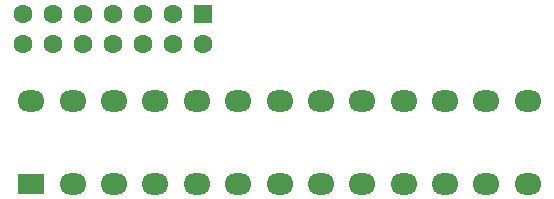
<source format=gbl>
G04 Layer_Physical_Order=3*
G04 Layer_Color=16711680*
%FSLAX44Y44*%
%MOMM*%
G71*
G01*
G75*
%ADD15R,2.3000X1.8000*%
%ADD16O,2.3000X1.8000*%
%ADD17C,1.6000*%
%ADD18R,1.6000X1.6000*%
D15*
X557380Y530860D02*
D03*
D16*
Y600860D02*
D03*
X592380D02*
D03*
Y530860D02*
D03*
X627380Y600860D02*
D03*
Y530860D02*
D03*
X662380Y600860D02*
D03*
Y530860D02*
D03*
X697380Y600860D02*
D03*
Y530860D02*
D03*
X872380D02*
D03*
Y600860D02*
D03*
X837380Y530860D02*
D03*
Y600860D02*
D03*
X802380Y530860D02*
D03*
Y600860D02*
D03*
X767380Y530860D02*
D03*
Y600860D02*
D03*
X732380D02*
D03*
Y530860D02*
D03*
X907380Y600860D02*
D03*
Y530860D02*
D03*
X942380Y530860D02*
D03*
Y600860D02*
D03*
X977380Y530860D02*
D03*
Y600860D02*
D03*
D17*
X549910Y674370D02*
D03*
X575310D02*
D03*
X600710D02*
D03*
X626110D02*
D03*
X651510D02*
D03*
X676910D02*
D03*
X549910Y648970D02*
D03*
X575310D02*
D03*
X600710D02*
D03*
X626110D02*
D03*
X651510D02*
D03*
X676910D02*
D03*
X702310D02*
D03*
D18*
Y674370D02*
D03*
M02*

</source>
